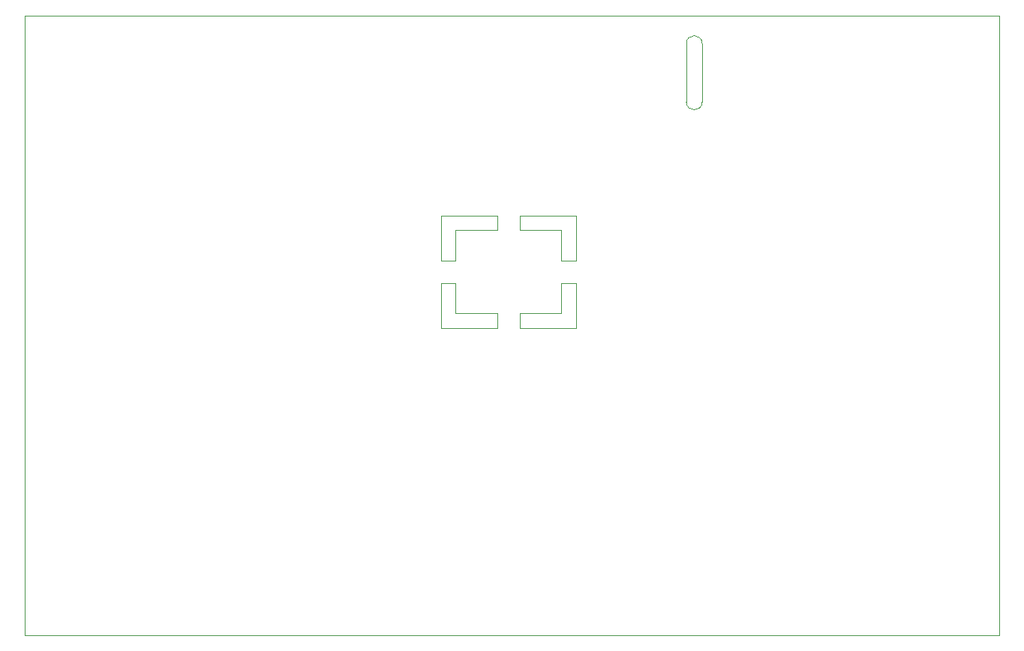
<source format=gbr>
G04 #@! TF.GenerationSoftware,KiCad,Pcbnew,8.0.4*
G04 #@! TF.CreationDate,2024-09-02T23:30:59+02:00*
G04 #@! TF.ProjectId,AD4030-Voltage,41443430-3330-42d5-966f-6c746167652e,rev?*
G04 #@! TF.SameCoordinates,Original*
G04 #@! TF.FileFunction,Profile,NP*
%FSLAX46Y46*%
G04 Gerber Fmt 4.6, Leading zero omitted, Abs format (unit mm)*
G04 Created by KiCad (PCBNEW 8.0.4) date 2024-09-02 23:30:59*
%MOMM*%
%LPD*%
G01*
G04 APERTURE LIST*
G04 #@! TA.AperFunction,Profile*
%ADD10C,0.050000*%
G04 #@! TD*
G04 APERTURE END LIST*
D10*
X133350000Y-82550000D02*
X133350000Y-84201000D01*
X127000000Y-95250000D02*
X133350000Y-95250000D01*
X135890000Y-93599000D02*
X140589000Y-93599000D01*
X135890000Y-84201000D02*
X140589000Y-84201000D01*
X156464000Y-69723000D02*
G75*
G02*
X154686000Y-69723000I-889000J0D01*
G01*
X140589000Y-93599000D02*
X140589000Y-90170000D01*
X80000000Y-60000000D02*
X190000000Y-60000000D01*
X190000000Y-130000000D01*
X80000000Y-130000000D01*
X80000000Y-60000000D01*
X128651000Y-84201000D02*
X128651000Y-87630000D01*
X133350000Y-95250000D02*
X133350000Y-93599000D01*
X142240000Y-90170000D02*
X142240000Y-95250000D01*
X128651000Y-93599000D02*
X128651000Y-90170000D01*
X135890000Y-82550000D02*
X135890000Y-84201000D01*
X128651000Y-90170000D02*
X127000000Y-90170000D01*
X127000000Y-90170000D02*
X127000000Y-95250000D01*
X142240000Y-95250000D02*
X135890000Y-95250000D01*
X142240000Y-82550000D02*
X135890000Y-82550000D01*
X154686000Y-63119000D02*
G75*
G02*
X156464000Y-63119000I889000J0D01*
G01*
X127000000Y-87630000D02*
X127000000Y-82550000D01*
X127000000Y-82550000D02*
X133350000Y-82550000D01*
X140589000Y-87630000D02*
X142240000Y-87630000D01*
X140589000Y-84201000D02*
X140589000Y-87630000D01*
X142240000Y-87630000D02*
X142240000Y-82550000D01*
X140589000Y-90170000D02*
X142240000Y-90170000D01*
X128651000Y-87630000D02*
X127000000Y-87630000D01*
X133350000Y-84201000D02*
X128651000Y-84201000D01*
X133350000Y-93599000D02*
X128651000Y-93599000D01*
X156464000Y-69723000D02*
X156464000Y-63119000D01*
X154686000Y-63119000D02*
X154686000Y-69723000D01*
X135890000Y-95250000D02*
X135890000Y-93599000D01*
M02*

</source>
